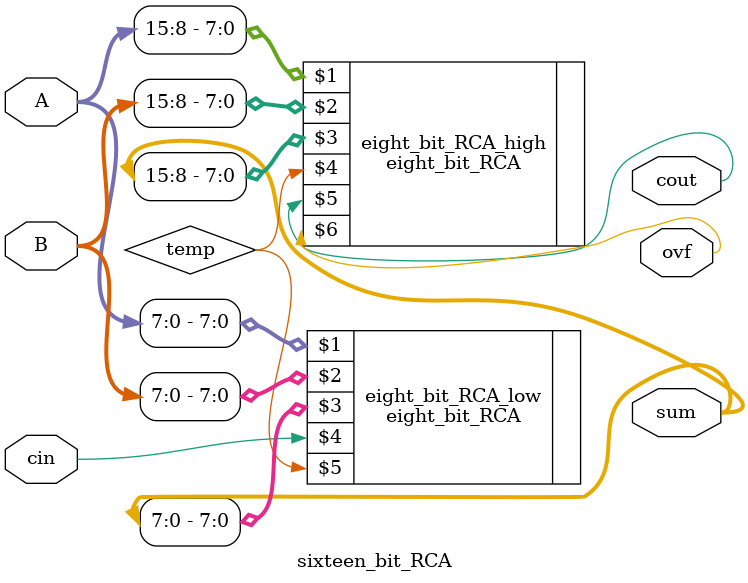
<source format=v>
module sixteen_bit_RCA(A, B, sum, cin, cout,ovf);
	
	parameter SIZE = 16;
	parameter BIT = SIZE/2;
	
	input [SIZE-1:0] A, B;
	output [SIZE-1:0] sum;
	input cin;
	output cout,ovf;
	wire temp;
	
	eight_bit_RCA eight_bit_RCA_low(A[BIT-1:0], B[BIT-1:0], sum[BIT-1:0], cin, temp,);
	eight_bit_RCA eight_bit_RCA_high(A[SIZE-1:BIT], B[SIZE-1:BIT], sum[SIZE-1:BIT], temp, cout,ovf);
	

endmodule
</source>
